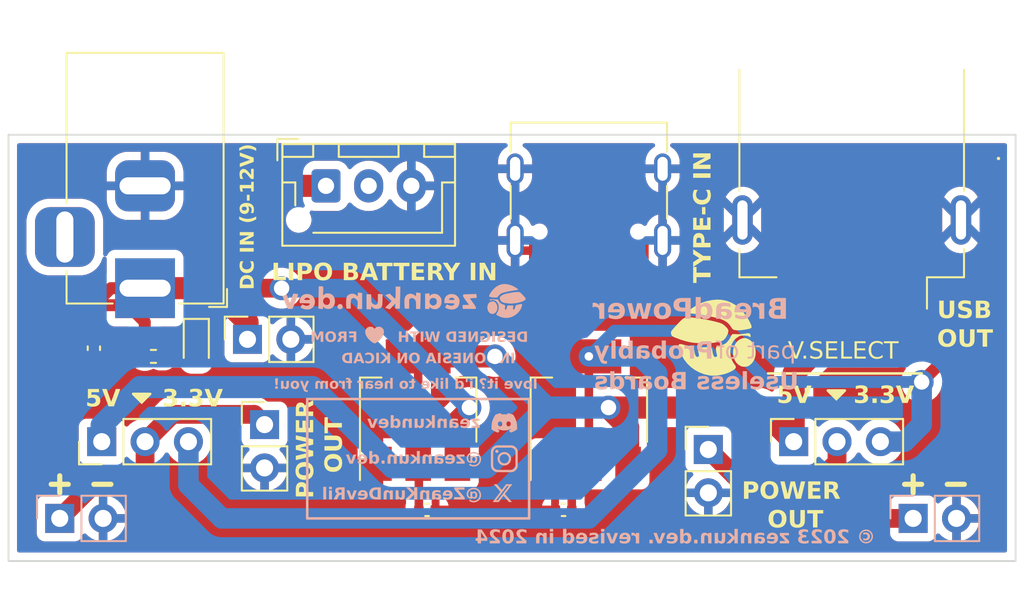
<source format=kicad_pcb>
(kicad_pcb (version 20221018) (generator pcbnew)
  (layers (0 "F.Cu" signal) (31 "B.Cu" signal) (34 "B.Paste" user) (35 "F.Paste" user) (36 "B.SilkS" user "B.Silkscreen") (37 "F.SilkS" user "F.Silkscreen") (38 "B.Mask" user) (39 "F.Mask" user) (44 "Edge.Cuts" user))
  (net 0 "")
  (net 1 "VDD")
  (net 2 "GND")
  (net 3 "+5V")
  (net 4 "+3.3V")
  (net 5 "Net-(D1-A)")
  (net 15 "/OUTPUT_VDD_1")
  (net 16 "/OUTPUT_VDD_2")
  (footprint "Connector_PinSocket_2.54mm:PinSocket_1x03_P2.54mm_Vertical" (layer "F.Cu") (at 156 68 90)
    (fp_text reference "J7" hide)
    (fp_text value "Conn_01x03")
    (pad "1" thru_hole rect (at 0 0 90) (size 1.7 1.7) (drill 1) (layers "*.Cu" "*.Mask") (net 3 "+5V"))
    (pad "2" thru_hole oval (at 0 2.54 90) (size 1.7 1.7) (drill 1) (layers "*.Cu" "*.Mask") (net 16 "/OUTPUT_VDD_2"))
    (pad "3" thru_hole oval (at 0 5.08 90) (size 1.7 1.7) (drill 1) (layers "*.Cu" "*.Mask") (net 4 "+3.3V"))
  )
  (footprint "LOGO" (layer "F.Cu") (at 151.3 61.9)
    (fp_text reference "G***" hide)
    (fp_text value "LOGO" hide)
  )
  (footprint "Connector_PinHeader_2.54mm:PinHeader_1x03_P2.54mm_Vertical" (layer "F.Cu") (at 115.46 68 90)
    (fp_text reference "J5" hide)
    (fp_text value "Conn_01x03")
    (pad "1" thru_hole rect (at 0 0 90) (size 1.7 1.7) (drill 1) (layers "*.Cu" "*.Mask") (net 3 "+5V"))
    (pad "2" thru_hole oval (at 0 2.54 90) (size 1.7 1.7) (drill 1) (layers "*.Cu" "*.Mask") (net 15 "/OUTPUT_VDD_1"))
    (pad "3" thru_hole oval (at 0 5.08 90) (size 1.7 1.7) (drill 1) (layers "*.Cu" "*.Mask") (net 4 "+3.3V"))
  )
  (footprint "Connector_JST:JST_XH_B3B-XH-AM_1x03_P2.50mm_Vertical" (layer "F.Cu") (at 128.6 53)
    (fp_text reference "J4" hide)
    (fp_text value "Conn_01x03_Socket")
    (pad "" np_thru_hole circle (at -1.6 2) (size 1.2 1.2) (drill 1.2) (layers "*.Cu" "*.Mask"))
    (pad "1" thru_hole roundrect (at 0 0) (size 1.7 1.95) (drill 0.95) (layers "*.Cu" "*.Mask") (roundrect_rratio 0.147059) (net 1 "VDD"))
    (pad "2" thru_hole oval (at 2.5 0) (size 1.7 1.95) (drill 0.95) (layers "*.Cu" "*.Mask"))
    (pad "3" thru_hole oval (at 5 0) (size 1.7 1.95) (drill 0.95) (layers "*.Cu" "*.Mask") (net 2 "GND"))
  )
  (footprint "Connector_PinSocket_2.54mm:PinSocket_1x02_P2.54mm_Vertical" (layer "F.Cu") (at 124 62 90)
    (fp_text reference "J6" hide)
    (fp_text value "Conn_01x02")
    (pad "1" thru_hole rect (at 0 0 90) (size 1.7 1.7) (drill 1) (layers "*.Cu" "*.Mask") (net 1 "VDD"))
    (pad "2" thru_hole oval (at 0 2.54 90) (size 1.7 1.7) (drill 1) (layers "*.Cu" "*.Mask") (net 2 "GND"))
  )
  (footprint "Connector_PinHeader_2.54mm:PinHeader_1x02_P2.54mm_Vertical" (layer "F.Cu") (at 151 68.46)
    (fp_text reference "J9" hide)
    (fp_text value "Conn_01x02")
    (pad "1" thru_hole rect (at 0 0) (size 1.7 1.7) (drill 1) (layers "*.Cu" "*.Mask") (net 16 "/OUTPUT_VDD_2"))
    (pad "2" thru_hole oval (at 0 2.54) (size 1.7 1.7) (drill 1) (layers "*.Cu" "*.Mask") (net 2 "GND"))
  )
  (footprint "Package_TO_SOT_SMD:SOT-223-3_TabPin2" (layer "F.Cu") (at 144 66.15 90)
    (fp_text reference "U2" hide)
    (fp_text value "AMS1117-3.3")
    (pad "1" smd rect (at -3.15 -2.3 90) (size 2 1.5) (layers "F.Cu" "F.Paste" "F.Mask") (net 2 "GND"))
    (pad "2" smd rect (at -3.15 0 90) (size 2 1.5) (layers "F.Cu" "F.Paste" "F.Mask") (net 4 "+3.3V"))
    (pad "2" smd rect (at 3.15 0 90) (size 2 3.8) (layers "F.Cu" "F.Paste" "F.Mask") (net 4 "+3.3V"))
    (pad "3" smd rect (at -3.15 2.3 90) (size 2 1.5) (layers "F.Cu" "F.Paste" "F.Mask") (net 3 "+5V"))
  )
  (footprint "Package_TO_SOT_SMD:SOT-223-3_TabPin2" (layer "F.Cu") (at 134 66.15 90)
    (fp_text reference "U1" hide)
    (fp_text value "AMS1117-5.0")
    (pad "1" smd rect (at -3.15 -2.3 90) (size 2 1.5) (layers "F.Cu" "F.Paste" "F.Mask") (net 2 "GND"))
    (pad "2" smd rect (at -3.15 0 90) (size 2 1.5) (layers "F.Cu" "F.Paste" "F.Mask") (net 3 "+5V"))
    (pad "2" smd rect (at 3.15 0 90) (size 2 3.8) (layers "F.Cu" "F.Paste" "F.Mask") (net 3 "+5V"))
    (pad "3" smd rect (at -3.15 2.3 90) (size 2 1.5) (layers "F.Cu" "F.Paste" "F.Mask") (net 1 "VDD"))
  )
  (footprint "Connector_BarrelJack:BarrelJack_Horizontal" (layer "F.Cu") (at 118 59 -90)
    (fp_text reference "J1" hide)
    (fp_text value "Barrel_Jack_MountingPin")
    (pad "1" thru_hole rect (at 0 0 270) (size 3.5 3.5) (drill oval 1 3) (layers "*.Cu" "*.Mask") (net 1 "VDD"))
    (pad "2" thru_hole roundrect (at -6 0 270) (size 3 3.5) (drill oval 1 3) (layers "*.Cu" "*.Mask") (net 2 "GND"))
    (pad "3" thru_hole roundrect (at -3 4.7 270) (size 3.5 3.5) (drill oval 3 1) (layers "*.Cu" "*.Mask"))
  )
  (footprint "Capacitor_SMD:C_0402_1005Metric" (layer "F.Cu") (at 134.52 72)
    (fp_text reference "C2" hide)
    (fp_text value "8uF")
    (pad "1" smd roundrect (at -0.48 0) (size 0.56 0.62) (layers "F.Cu" "F.Paste" "F.Mask") (net 3 "+5V"))
    (pad "2" smd roundrect (at 0.48 0) (size 0.56 0.62) (layers "F.Cu" "F.Paste" "F.Mask") (net 2 "GND"))
  )
  (footprint "Connector_USB:USB_A_Receptacle_GCT_USB1046" (layer "F.Cu") (at 159.4 51.45 180)
    (fp_text reference "J3" hide)
    (fp_text value "USB_A")
    (pad "1" smd roundrect (at -3.5 -7.25 180) (size 1.3 3) (layers "F.Cu" "F.Paste" "F.Mask") (net 3 "+5V"))
    (pad "2" smd roundrect (at -1 -7.25 180) (size 1.3 3) (layers "F.Cu" "F.Paste" "F.Mask"))
    (pad "3" smd roundrect (at 1 -7.25 180) (size 1.3 3) (layers "F.Cu" "F.Paste" "F.Mask"))
    (pad "4" smd roundrect (at 3.5 -7.25 180) (size 1.3 3) (layers "F.Cu" "F.Paste" "F.Mask") (net 2 "GND"))
    (pad "5" thru_hole oval (at -6.4 -3.55 180) (size 1.2 2.9) (drill oval 0.6 2.3) (layers "*.Cu" "*.Mask") (net 2 "GND"))
    (pad "5" thru_hole oval (at 6.4 -3.55 180) (size 1.2 2.9) (drill oval 0.6 2.3) (layers "*.Cu" "*.Mask") (net 2 "GND"))
  )
  (footprint "Connector_PinHeader_2.54mm:PinHeader_1x02_P2.54mm_Vertical" (layer "F.Cu") (at 125 67)
    (fp_text reference "J11" hide)
    (fp_text value "Conn_01x02")
    (pad "1" thru_hole rect (at 0 0) (size 1.7 1.7) (drill 1) (layers "*.Cu" "*.Mask") (net 15 "/OUTPUT_VDD_1"))
    (pad "2" thru_hole oval (at 0 2.54) (size 1.7 1.7) (drill 1) (layers "*.Cu" "*.Mask") (net 2 "GND"))
  )
  (footprint "Capacitor_SMD:C_0402_1005Metric" (layer "F.Cu") (at 115 62.52 -90)
    (fp_text reference "C1" hide)
    (fp_text value "22u")
    (pad "1" smd roundrect (at -0.48 0 270) (size 0.56 0.62) (layers "F.Cu" "F.Paste" "F.Mask") (net 1 "VDD"))
    (pad "2" smd roundrect (at 0.48 0 270) (size 0.56 0.62) (layers "F.Cu" "F.Paste" "F.Mask") (net 2 "GND"))
  )
  (footprint "Capacitor_SMD:C_0402_1005Metric" (layer "F.Cu") (at 142.52 72 180)
    (fp_text reference "C3" hide)
    (fp_text value "12uF")
    (pad "1" smd roundrect (at -0.48 0 180) (size 0.56 0.62) (layers "F.Cu" "F.Paste" "F.Mask") (net 4 "+3.3V"))
    (pad "2" smd roundrect (at 0.48 0 180) (size 0.56 0.62) (layers "F.Cu" "F.Paste" "F.Mask") (net 2 "GND"))
  )
  (footprint "Connector_USB:USB_C_Receptacle_G-Switch_GT-USB-7010ASV" (layer "F.Cu") (at 144 53.075 180)
    (fp_text reference "J2" hide)
    (fp_text value "USB_C_Receptacle_USB2.0")
    (pad "" np_thru_hole circle (at -2.89 -2.605 180) (size 0.65 0.65) (drill 0.65) (layers "*.Cu" "*.Mask"))
    (pad "" np_thru_hole circle (at 2.89 -2.605 180) (size 0.65 0.65) (drill 0.65) (layers "*.Cu" "*.Mask"))
    (pad "A1" smd rect (at -3.2 -3.725 180) (size 0.6 1.24) (layers "F.Cu" "F.Paste" "F.Mask") (net 2 "GND"))
    (pad "A4" smd rect (at -2.4 -3.725 180) (size 0.6 1.24) (layers "F.Cu" "F.Paste" "F.Mask") (net 3 "+5V"))
    (pad "A5" smd rect (at -1.25 -3.725 180) (size 0.3 1.24) (layers "F.Cu" "F.Paste" "F.Mask") (net 2 "GND"))
    (pad "A6" smd rect (at -0.25 -3.725 180) (size 0.3 1.24) (layers "F.Cu" "F.Paste" "F.Mask"))
    (pad "A7" smd rect (at 0.25 -3.725 180) (size 0.3 1.24) (layers "F.Cu" "F.Paste" "F.Mask"))
    (pad "A8" smd rect (at 1.25 -3.725 180) (size 0.3 1.24) (layers "F.Cu" "F.Paste" "F.Mask"))
    (pad "A9" smd rect (at 2.4 -3.725 180) (size 0.6 1.24) (layers "F.Cu" "F.Paste" "F.Mask") (net 3 "+5V"))
    (pad "A12" smd rect (at 3.2 -3.725 180) (size 0.6 1.24) (layers "F.Cu" "F.Paste" "F.Mask") (net 2 "GND"))
    (pad "B1" smd rect (at 3.2 -3.725 180) (size 0.6 1.24) (layers "F.Cu" "F.Paste" "F.Mask") (net 2 "GND"))
    (pad "B4" smd rect (at 2.4 -3.725 180) (size 0.6 1.24) (layers "F.Cu" "F.Paste" "F.Mask") (net 3 "+5V"))
    (pad "B5" smd rect (at 1.75 -3.725 180) (size 0.3 1.24) (layers "F.Cu" "F.Paste" "F.Mask") (net 2 "GND"))
    (pad "B6" smd rect (at 0.75 -3.725 180) (size 0.3 1.24) (layers "F.Cu" "F.Paste" "F.Mask"))
    (pad "B7" smd rect (at -0.75 -3.725 180) (size 0.3 1.24) (layers "F.Cu" "F.Paste" "F.Mask"))
    (pad "B8" smd rect (at -1.75 -3.725 180) (size 0.3 1.24) (layers "F.Cu" "F.Paste" "F.Mask"))
    (pad "B9" smd rect (at -2.4 -3.725 180) (size 0.6 1.24) (layers "F.Cu" "F.Paste" "F.Mask") (net 3 "+5V"))
    (pad "B12" smd rect (at -3.2 -3.725 180) (size 0.6 1.24) (layers "F.Cu" "F.Paste" "F.Mask") (net 2 "GND"))
    (pad "S1" thru_hole oval (at -4.32 -3.125 180) (size 1 2.1) (drill oval 0.6 1.7) (layers "*.Cu" "*.Mask") (net 2 "GND"))
    (pad "S1" thru_hole oval (at -4.32 1.075 180) (size 1 1.8) (drill oval 0.6 1.4) (layers "*.Cu" "*.Mask") (net 2 "GND"))
    (pad "S1" thru_hole oval (at 4.32 -3.125 180) (size 1 2.1) (drill oval 0.6 1.7) (layers "*.Cu" "*.Mask") (net 2 "GND"))
    (pad "S1" thru_hole oval (at 4.32 1.075 180) (size 1 1.8) (drill oval 0.6 1.4) (layers "*.Cu" "*.Mask") (net 2 "GND"))
  )
  (footprint "Diode_SMD:D_0603_1608Metric" (layer "F.Cu") (at 121 62.2875 -90)
    (fp_text reference "D1" hide)
    (fp_text value "D")
    (pad "1" smd roundrect (at -0.7875 0 270) (size 0.875 0.95) (layers "F.Cu" "F.Paste" "F.Mask") (net 2 "GND"))
    (pad "2" smd roundrect (at 0.7875 0 270) (size 0.875 0.95) (layers "F.Cu" "F.Paste" "F.Mask") (net 5 "Net-(D1-A)"))
  )
  (footprint "Resistor_SMD:R_0402_1005Metric" (layer "F.Cu") (at 118.49 63)
    (fp_text reference "R1" hide)
    (fp_text value "3")
    (pad "1" smd roundrect (at -0.51 0) (size 0.54 0.64) (layers "F.Cu" "F.Paste" "F.Mask") (net 1 "VDD"))
    (pad "2" smd roundrect (at 0.51 0) (size 0.54 0.64) (layers "F.Cu" "F.Paste" "F.Mask") (net 5 "Net-(D1-A)"))
  )
  (footprint "LED_SMD:LED_0402_1005Metric" (layer "F.Cu") (at 168 52.485 -90)
    (fp_text reference "D2" hide)
    (fp_text value "GREEN")
    (pad "1" smd roundrect (at -0.485 0 270) (size 0.59 0.64) (layers "F.Cu" "F.Paste" "F.Mask") (net 2 "GND"))
    (pad "2" smd roundrect (at 0.485 0 270) (size 0.59 0.64) (layers "F.Cu" "F.Paste" "F.Mask") (net 4 "+3.3V"))
  )
  (footprint "LOGO" (layer "B.Cu") (at 131.45 61.75 180)
    (fp_text reference "G***" hide)
    (fp_text value "LOGO" hide)
  )
  (footprint "Connector_PinHeader_2.54mm:PinHeader_1x02_P2.54mm_Vertical" (layer "B.Cu") (at 163 72.5 -90)
    (fp_text reference "J10" hide)
    (fp_text value "Conn_01x02")
    (pad "1" thru_hole rect (at 0 0 270) (size 1.7 1.7) (drill 1) (layers "*.Cu" "*.Mask") (net 16 "/OUTPUT_VDD_2"))
    (pad "2" thru_hole oval (at 0 -2.54 270) (size 1.7 1.7) (drill 1) (layers "*.Cu" "*.Mask") (net 2 "GND"))
  )
  (footprint "LOGO" (layer "B.Cu") (at 139.05 69 180)
    (fp_text reference "G***" hide)
    (fp_text value "LOGO" hide)
  )
  (footprint "LOGO" (layer "B.Cu") (at 139.05 66.9 180)
    (fp_text reference "G***" hide)
    (fp_text value "LOGO" hide)
  )
  (footprint "Connector_PinHeader_2.54mm:PinHeader_1x02_P2.54mm_Vertical" (layer "B.Cu") (at 113 72.5 -90)
    (fp_text reference "J8" hide)
    (fp_text value "Conn_01x02")
    (pad "1" thru_hole rect (at 0 0 270) (size 1.7 1.7) (drill 1) (layers "*.Cu" "*.Mask") (net 15 "/OUTPUT_VDD_1"))
    (pad "2" thru_hole oval (at 0 -2.54 270) (size 1.7 1.7) (drill 1) (layers "*.Cu" "*.Mask") (net 2 "GND"))
  )
  (footprint "LOGO" (layer "B.Cu") (at 138.95 71 180)
    (fp_text reference "G***" hide)
    (fp_text value "LOGO" hide)
  )
  (footprint "LOGO" (layer "B.Cu") (at 133.15 59.75 180)
    (fp_text reference "G***" hide)
    (fp_text value "LOGO" hide)
  )
  (gr_line (start 127.5 65.5) (end 140.5 65.5) (stroke (width 0.15)) (layer "B.SilkS"))
  (gr_line (start 140.5 72.5) (end 127.5 72.5) (stroke (width 0.15)) (layer "B.SilkS"))
  (gr_line (start 127.5 72.5) (end 127.5 65.5) (stroke (width 0.15)) (layer "B.SilkS"))
  (gr_line (start 140.5 65.5) (end 140.5 72.5) (stroke (width 0.15)) (layer "B.SilkS"))
  (gr_line (start 113.5 70.5) (end 113 70.5) (stroke (width 0.15)) (layer "F.SilkS"))
  (gr_line (start 113 70) (end 113 70.5) (stroke (width 0.15)) (layer "F.SilkS"))
  (gr_line (start 163 70.5) (end 163 70) (stroke (width 0.3)) (layer "F.SilkS"))
  (gr_line (start 162.5 70.5) (end 163.5 70.5) (stroke (width 0.3)) (layer "F.SilkS"))
  (gr_line (start 163 70) (end 163 70.5) (stroke (width 0.15)) (layer "F.SilkS"))
  (gr_line (start 113 70.5) (end 113 70) (stroke (width 0.3)) (layer "F.SilkS"))
  (gr_line (start 163.5 70.5) (end 163 70.5) (stroke (width 0.15)) (layer "F.SilkS"))
  (gr_poly (pts (xy 158.5 65.5) (xy 159 65) (xy 158 65)) (stroke (width 0.15)) (fill solid) (layer "F.SilkS"))
  (gr_poly (pts (xy 117.8 65.7) (xy 118.3 65.2) (xy 117.3 65.2)) (stroke (width 0.15)) (fill solid) (layer "F.SilkS"))
  (gr_line (start 115 70.5) (end 116 70.5) (stroke (width 0.3)) (layer "F.SilkS"))
  (gr_line (start 112.5 70.5) (end 113.5 70.5) (stroke (width 0.3)) (layer "F.SilkS"))
  (gr_line (start 165 70.5) (end 166 70.5) (stroke (width 0.3)) (layer "F.SilkS"))
  (gr_line (start 163 70.5) (end 163 71) (stroke (width 0.3)) (layer "F.SilkS"))
  (gr_line (start 163.5 64) (end 154.5 64) (stroke (width 0.15)) (layer "F.SilkS"))
  (gr_line (start 113 70.5) (end 113 71) (stroke (width 0.3)) (layer "F.SilkS"))
  (gr_rect (start 110 50) (end 169 75) (stroke (width 0.1)) (fill none) (layer "Edge.Cuts"))
  (gr_text "BreadPower" (at 155.7 61) (layer "B.SilkS") (effects (font (size 1.2 1.2) (thickness 0.15) bold) (justify left bottom mirror)))
  (gr_text "Probably" (at 147.8 63.3) (layer "B.SilkS") (effects (font (size 1 1) (thickness 0.12) bold) (justify bottom mirror)))
  (gr_text "© 2023 zeankun.dev. revised in 2024" (at 160.8 74.1) (layer "B.SilkS") (effects (font (size 0.8 0.8) (thickness 0.15) bold) (justify left bottom mirror)))
  (gr_text "zeankundev" (at 137.65 66.9) (layer "B.SilkS") (effects (font (size 0.7 0.7) (thickness 0.14) bold) (justify left mirror)))
  (gr_text "part of" (at 153.8 63.3) (layer "B.SilkS") (effects (font (size 1 1) (thickness 0.1)) (justify bottom mirror)))
  (gr_text "DESIGNED WITH" (at 140.45 62.25) (layer "B.SilkS") (effects (font (size 0.6 0.6) (thickness 0.15) bold) (justify left bottom mirror)))
  (gr_text "@zeankun.dev" (at 137.75 69) (layer "B.SilkS") (effects (font (size 0.7 0.7) (thickness 0.14) bold) (justify left mirror)))
  (gr_text "FROM" (at 130.45 62.25) (layer "B.SilkS") (effects (font (size 0.6 0.6) (thickness 0.12) bold) (justify left bottom mirror)))
  (gr_text "love it? i'd like to hear from you!" (at 141 65) (layer "B.SilkS") (effects (font (size 0.6 0.6) (thickness 0.15) bold) (justify left bottom mirror)))
  (gr_text "INDONESIA ON KICAD" (at 139.7 63.5) (layer "B.SilkS") (effects (font (size 0.6 0.6) (thickness 0.12) bold) (justify left bottom mirror)))
  (gr_text "Useless Boards" (at 150.3 65.1) (layer "B.SilkS") (effects (font (size 1 1) (thickness 0.12) bold) (justify bottom mirror)))
  (gr_text "@ZeanKunDevRil" (at 137.75 71.1) (layer "B.SilkS") (effects (font (size 0.7 0.7) (thickness 0.14) bold) (justify left mirror)))
  (gr_text "3.3V" (at 119 66.1) (layer "F.SilkS") (effects (font (size 1 1) (thickness 0.2) bold) (justify left bottom)))
  (gr_text "5V" (at 114.5 66.1) (layer "F.SilkS") (effects (font (size 1 1) (thickness 0.2) bold) (justify left bottom)))
  (gr_text "DC IN (9-12V)" (at 124.5 59.1 90) (layer "F.SilkS") (effects (font (size 0.8 0.8) (thickness 0.2) bold) (justify left bottom)))
  (gr_text "POWER \nOUT" (at 129.7 68.2 90) (layer "F.SilkS") (effects (font (size 1 1) (thickness 0.2) bold) (justify bottom)))
  (gr_text "TYPE-C IN" (at 151.3 58.7 90) (layer "F.SilkS") (effects (font (size 1 1) (thickness 0.2) bold) (justify left bottom)))
  (gr_text "5V" (at 155 65.9) (layer "F.SilkS") (effects (font (size 1 1) (thickness 0.2) bold) (justify left bottom)))
  (gr_text "3.3V" (at 159.5 65.9) (layer "F.SilkS") (effects (font (size 1 1) (thickness 0.2) bold) (justify left bottom)))
  (gr_text "USB\nOUT" (at 164.4 62.6) (layer "F.SilkS") (effects (font (size 1 1) (thickness 0.2) bold) (justify left bottom)))
  (gr_text "V.SELECT" (at 158.9 63.3) (layer "F.SilkS") (effects (font (size 1 1) (thickness 0.125)) (justify bottom)))
  (gr_text "LIPO BATTERY IN" (at 125.4 58.7) (layer "F.SilkS") (effects (font (size 1 1) (thickness 0.2) bold) (justify left bottom)))
  (gr_text "POWER \nOUT" (at 156.1 73.2) (layer "F.SilkS") (effects (font (size 1 1) (thickness 0.2) bold) (justify bottom)))
  (segment (start 124 62) (end 124 61) (width 1.3) (layer "F.Cu") (net 1))
  (segment (start 122 59) (end 118 59) (width 1.3) (layer "F.Cu") (net 1))
  (segment (start 126 59) (end 124 59) (width 1.1) (layer "F.Cu") (net 1))
  (segment (start 136.3 69.3) (end 136.3 66.7) (width 1.1) (layer "F.Cu") (net 1))
  (segment (start 117 60) (end 115 60) (width 0.7) (layer "F.Cu") (net 1))
  (segment (start 116 59) (end 118 59) (width 0.7) (layer "F.Cu") (net 1))
  (segment (start 136.3 66.7) (end 137 66) (width 1.1) (layer "F.Cu") (net 1))
  (segment (start 115 62.04) (end 115 60) (width 0.7) (layer "F.Cu") (net 1))
  (segment (start 115 60) (end 116 59) (width 0.7) (layer "F.Cu") (net 1))
  (segment (start 124 59) (end 123 60) (width 1.1) (layer "F.Cu") (net 1))
  (segment (start 117.98 60.98) (end 117 60) (width 0.7) (layer "F.Cu") (net 1))
  (segment (start 122 55) (end 122 59) (width 1.3) (layer "F.Cu") (net 1))
  (segment (start 117.98 63) (end 117.98 60.98) (width 0.7) (layer "F.Cu") (net 1))
  (segment (start 123 60) (end 122 59) (width 1.3) (layer "F.Cu") (net 1))
  (segment (start 124 61) (end 123 60) (width 1.3) (layer "F.Cu") (net 1))
  (segment (start 124 53) (end 122 55) (width 1.3) (layer "F.Cu") (net 1))
  (segment (start 128.6 53) (end 124 53) (width 1.3) (layer "F.Cu") (net 1))
  (via (at 137 66) (size 1.4) (drill 0.9) (layers "F.Cu" "B.Cu") (net 1))
  (via (at 126 59) (size 1.4) (drill 0.9) (layers "F.Cu" "B.Cu") (net 1))
  (segment (start 137 66) (end 130 59) (width 1.1) (layer "B.Cu") (net 1))
  (segment (start 130 59) (end 126 59) (width 1.1) (layer "B.Cu") (net 1))
  (segment (start 145.25 55.25) (end 145 55) (width 0.3) (layer "F.Cu") (net 2))
  (segment (start 142.25 56.8) (end 142.25 55.25) (width 0.3) (layer "F.Cu") (net 2))
  (segment (start 142.25 55.25) (end 142.5 55) (width 0.3) (layer "F.Cu") (net 2))
  (segment (start 145.25 56.8) (end 145.25 55.25) (width 0.3) (layer "F.Cu") (net 2))
  (segment (start 134.04 69.34) (end 134 69.3) (width 0.5) (layer "F.Cu") (net 3))
  (segment (start 154 66) (end 156 68) (width 1.3) (layer "F.Cu") (net 3))
  (segment (start 162 62.5) (end 157.5 62.5) (width 1.3) (layer "F.Cu") (net 3))
  (segment (start 146.3 67.1505) (end 146.3 69.3) (width 1.3) (layer "F.Cu") (net 3))
  (segment (start 141.6 57.92) (end 139.76 59.76) (width 0.5) (layer "F.Cu") (net 3))
  (segment (start 145.1495 66) (end 146.3 67.1505) (width 1.3) (layer "F.Cu") (net 3))
  (segment (start 138.52 61) (end 135 61) (width 0.5) (layer "F.Cu") (net 3))
  (segment (start 162.9 61.6) (end 162 62.5) (width 1.3) (layer "F.Cu") (net 3))
  (segment (start 156 64) (end 156 68) (width 1.3) (layer "F.Cu") (net 3))
  (segment (start 134 69.3) (end 134 63) (width 0.5) (layer "F.Cu") (net 3))
  (segment (start 134.04 72) (end 134.04 69.34) (width 0.5) (layer "F.Cu") (net 3))
  (segment (start 162.9 58.7) (end 162.9 61.6) (width 1.3) (layer "F.Cu") (net 3))
  (segment (start 138.5 63) (end 134 63) (width 1.3) (layer "F.Cu") (net 3))
  (segment (start 141.6 56.8) (end 141.6 57.92) (width 0.5) (layer "F.Cu") (net 3))
  (segment (start 146.4 56.8) (end 146.4 57.92) (width 0.5) (layer "F.Cu") (net 3))
  (segment (start 144.56 59.76) (end 139.76 59.76) (width 0.5) (layer "F.Cu") (net 3))
  (segment (start 146.4 57.92) (end 144.56 59.76) (width 0.5) (layer "F.Cu") (net 3))
  (segment (start 134 62) (end 134 63) (width 0.5) (layer "F.Cu") (net 3))
  (segment (start 157.5 62.5) (end 156 64) (width 1.3) (layer "F.Cu") (net 3))
  (segment (start 135 61) (end 134 62) (width 0.5) (layer "F.Cu") (net 3))
  (segment (start 139.76 59.76) (end 138.52 61) (width 0.5) (layer "F.Cu") (net 3))
  (segment (start 145.1495 66) (end 154 66) (width 1.3) (layer "F.Cu") (net 3))
  (via (at 145.1495 66) (size 1.4) (drill 0.9) (layers "F.Cu" "B.Cu") (net 3))
  (via (at 138.5 63) (size 1.4) (drill 0.9) (layers "F.Cu" "B.Cu") (net 3))
  (segment (start 138 69.5) (end 132.5 69.5) (width 1.3) (layer "B.Cu") (net 3))
  (segment (start 117.7 64.8) (end 115.46 67.04) (width 1.3) (layer "B.Cu") (net 3))
  (segment (start 115.46 67.04) (end 115.46 68) (width 1.3) (layer "B.Cu") (net 3))
  (segment (start 127.8 64.8) (end 117.7 64.8) (width 1.3) (layer "B.Cu") (net 3))
  (segment (start 141.5 66) (end 138 69.5) (width 1.3) (layer "B.Cu") (net 3))
  (segment (start 141.5 66) (end 138.5 63) (width 1.3) (layer "B.Cu") (net 3))
  (segment (start 145.1495 66) (end 141.5 66) (width 1.3) (layer "B.Cu") (net 3))
  (segment (start 132.5 69.5) (end 127.8 64.8) (width 1.3) (layer "B.Cu") (net 3))
  (segment (start 143 72) (end 143 70.3) (width 0.5) (layer "F.Cu") (net 4))
  (segment (start 144 69.3) (end 144 63) (width 0.5) (layer "F.Cu") (net 4))
  (segment (start 143 70.3) (end 144 69.3) (width 0.5) (layer "F.Cu") (net 4))
  (segment (start 168 52.97) (end 168 60) (width 0.7) (layer "F.Cu") (net 4))
  (segment (start 168 60) (end 163.5 64.5) (width 0.7) (layer "F.Cu") (net 4))
  (via (at 144 63) (size 0.8) (drill 0.5) (layers "F.Cu" "B.Cu") (net 4))
  (via (at 163.5 64.5) (size 1.4) (drill 0.9) (layers "F.Cu" "B.Cu") (net 4))
  (segment (start 154.5 64.5) (end 163.5 64.5) (width 0.7) (layer "B.Cu") (net 4))
  (segment (start 120.54 70.54) (end 120.54 68) (width 1.2) (layer "B.Cu") (net 4))
  (segment (start 145.5 61.5) (end 151.5 61.5) (width 0.7) (layer "B.Cu") (net 4))
  (segment (start 162.5 68) (end 163.5 67) (width 1.2) (layer "B.Cu") (net 4))
  (segment (start 151.5 61.5) (end 154.5 64.5) (width 0.7) (layer "B.Cu") (net 4))
  (segment (start 163.5 67) (end 163.5 64.5) (width 1.2) (layer "B.Cu") (net 4))
  (segment (start 144 63) (end 145.5 61.5) (width 0.7) (layer "B.Cu") (net 4))
  (segment (start 148 64) (end 148 68.5) (width 1.2) (layer "B.Cu") (net 4))
  (segment (start 122.5 72.5) (end 120.54 70.54) (width 1.2) (layer "B.Cu") (net 4))
  (segment (start 144 63) (end 147 63) (width 1.2) (layer "B.Cu") (net 4))
  (segment (start 147 63) (end 148 64) (width 1.2) (layer "B.Cu") (net 4))
  (segment (start 148 68.5) (end 144 72.5) (width 1.2) (layer "B.Cu") (net 4))
  (segment (start 161.08 68) (end 162.5 68) (width 1.2) (layer "B.Cu") (net 4))
  (segment (start 144 72.5) (end 122.5 72.5) (width 1.2) (layer "B.Cu") (net 4))
  (segment (start 119 63) (end 120.925 63) (width 0.3) (layer "F.Cu") (net 5))
  (segment (start 120.925 63) (end 121 63.075) (width 0.3) (layer "F.Cu") (net 5))
  (segment (start 118 68) (end 119.6 66.4) (width 1.1) (layer "F.Cu") (net 15))
  (segment (start 117.5 70.5) (end 115 70.5) (width 1.1) (layer "F.Cu") (net 15))
  (segment (start 124.4 66.4) (end 125 67) (width 1.1) (layer "F.Cu") (net 15))
  (segment (start 115 70.5) (end 113 72.5) (width 1.1) (layer "F.Cu") (net 15))
  (segment (start 119.6 66.4) (end 124.4 66.4) (width 1.1) (layer "F.Cu") (net 15))
  (segment (start 118 68) (end 118 70) (width 1.1) (layer "F.Cu") (net 15))
  (segment (start 118 70) (end 117.5 70.5) (width 1.1) (layer "F.Cu") (net 15))
  (segment (start 158.121041 69.621041) (end 158.54 69.202081) (width 1.1) (layer "F.Cu") (net 16))
  (segment (start 158.54 68) (end 158.54 68.54) (width 1.1) (layer "F.Cu") (net 16))
  (segment (start 157.742081 70) (end 158.121041 69.621041) (width 1.1) (layer "F.Cu") (net 16))
  (segment (start 158.54 69.202081) (end 158.54 68) (width 1.1) (layer "F.Cu") (net 16))
  (segment (start 158.121041 69.621041) (end 161 72.5) (width 1.1) (layer "F.Cu") (net 16))
  (segment (start 161 72.5) (end 163 72.5) (width 1.1) (layer "F.Cu") (net 16))
  (segment (start 152.54 70) (end 157.742081 70) (width 1.1) (layer "F.Cu") (net 16))
  (segment (start 151 68.46) (end 152.54 70) (width 1.1) (layer "F.Cu") (net 16))
  (zone (net 2) (net_name "GND") (layer "F.Cu") (connect_pads (clearance 0.5)) (min_thickness 0.25) (fill yes (thermal_gap 0.5) (thermal_bridge_width 0.5))
    (polygon (pts (xy 169.5 49.5) (xy 109.5 49.5) (xy 109.5 75.5) (xy 169.5 75.5)))
  )
  (zone (net 2) (net_name "GND") (layer "B.Cu") (priority 1) (connect_pads (clearance 0.5)) (min_thickness 0.25) (fill yes (thermal_gap 0.5) (thermal_bridge_width 0.5))
    (polygon (pts (xy 169.5 49.5) (xy 169.5 75.5) (xy 109.5 75.5) (xy 109.5 49.5)))
  )
)
</source>
